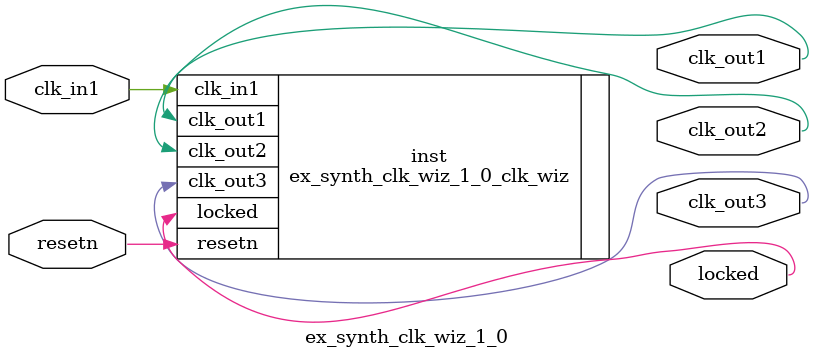
<source format=v>


`timescale 1ps/1ps

(* CORE_GENERATION_INFO = "ex_synth_clk_wiz_1_0,clk_wiz_v6_0_3_0_0,{component_name=ex_synth_clk_wiz_1_0,use_phase_alignment=true,use_min_o_jitter=false,use_max_i_jitter=false,use_dyn_phase_shift=false,use_inclk_switchover=false,use_dyn_reconfig=false,enable_axi=0,feedback_source=FDBK_AUTO,PRIMITIVE=MMCM,num_out_clk=3,clkin1_period=12.000,clkin2_period=10.0,use_power_down=false,use_reset=true,use_locked=true,use_inclk_stopped=false,feedback_type=SINGLE,CLOCK_MGR_TYPE=NA,manual_override=false}" *)

module ex_synth_clk_wiz_1_0 
 (
  // Clock out ports
  output        clk_out1,
  output        clk_out2,
  output        clk_out3,
  // Status and control signals
  input         resetn,
  output        locked,
 // Clock in ports
  input         clk_in1
 );

  ex_synth_clk_wiz_1_0_clk_wiz inst
  (
  // Clock out ports  
  .clk_out1(clk_out1),
  .clk_out2(clk_out2),
  .clk_out3(clk_out3),
  // Status and control signals               
  .resetn(resetn), 
  .locked(locked),
 // Clock in ports
  .clk_in1(clk_in1)
  );

endmodule

</source>
